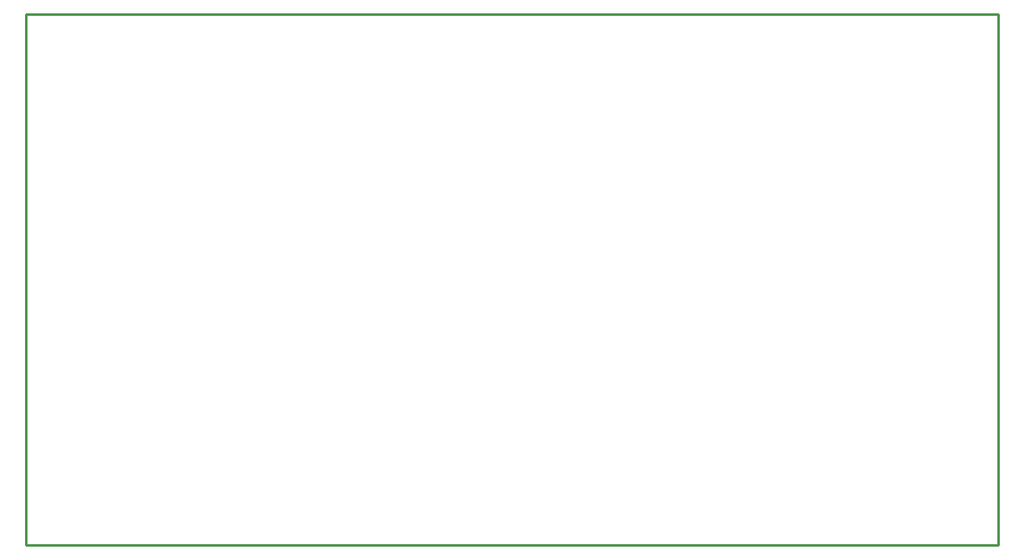
<source format=gm1>
%FSLAX25Y25*%
%MOIN*%
G70*
G01*
G75*
G04 Layer_Color=16711935*
%ADD10C,0.02500*%
%ADD11C,0.01500*%
%ADD12C,0.10000*%
%ADD13O,0.07874X0.17716*%
%ADD14O,0.15748X0.07874*%
%ADD15C,0.06500*%
%ADD16C,0.11811*%
%ADD17R,0.05906X0.05906*%
%ADD18C,0.05906*%
%ADD19C,0.08661*%
%ADD20C,0.07087*%
%ADD21R,0.07087X0.07087*%
%ADD22R,0.05906X0.05906*%
%ADD23C,0.06693*%
%ADD24R,0.08000X0.06000*%
%ADD25O,0.08000X0.06000*%
%ADD26O,0.07874X0.03937*%
%ADD27O,0.07874X0.03937*%
%ADD28O,0.08661X0.07087*%
%ADD29C,0.06299*%
%ADD30R,0.06299X0.06299*%
%ADD31O,0.07087X0.08661*%
%ADD32R,0.07284X0.07284*%
%ADD33C,0.07284*%
%ADD34C,0.07874*%
%ADD35R,0.07874X0.07874*%
%ADD36R,0.06299X0.06299*%
%ADD37C,0.05000*%
%ADD38R,0.00787X0.00787*%
%ADD39C,0.00787*%
%ADD40C,0.01000*%
%ADD41C,0.00984*%
%ADD42C,0.02362*%
%ADD43C,0.01200*%
%ADD44C,0.02000*%
%ADD45C,0.05906*%
%ADD46C,0.01969*%
%ADD47C,0.03937*%
%ADD48C,0.00500*%
%ADD49C,0.00400*%
%ADD50C,0.00800*%
%ADD51C,0.00700*%
%ADD52R,0.20000X0.25000*%
%ADD53O,0.08674X0.18517*%
%ADD54O,0.16548X0.08674*%
%ADD55C,0.07300*%
%ADD56C,0.12611*%
%ADD57R,0.06706X0.06706*%
%ADD58C,0.06706*%
%ADD59C,0.09461*%
%ADD60C,0.00800*%
%ADD61C,0.07887*%
%ADD62R,0.07887X0.07887*%
%ADD63R,0.06706X0.06706*%
%ADD64C,0.07493*%
%ADD65R,0.08800X0.06800*%
%ADD66O,0.08800X0.06800*%
%ADD67O,0.08674X0.04737*%
%ADD68O,0.08674X0.04737*%
%ADD69O,0.09461X0.07887*%
%ADD70C,0.07099*%
%ADD71R,0.07099X0.07099*%
%ADD72O,0.07887X0.09461*%
%ADD73R,0.08083X0.08083*%
%ADD74C,0.08083*%
%ADD75C,0.08674*%
%ADD76R,0.08674X0.08674*%
%ADD77R,0.07099X0.07099*%
%ADD78C,0.05800*%
%ADD79R,0.01587X0.01587*%
D40*
X0Y0D02*
Y212500D01*
Y0D02*
X388750D01*
Y212500D01*
X0D02*
X388750D01*
M02*

</source>
